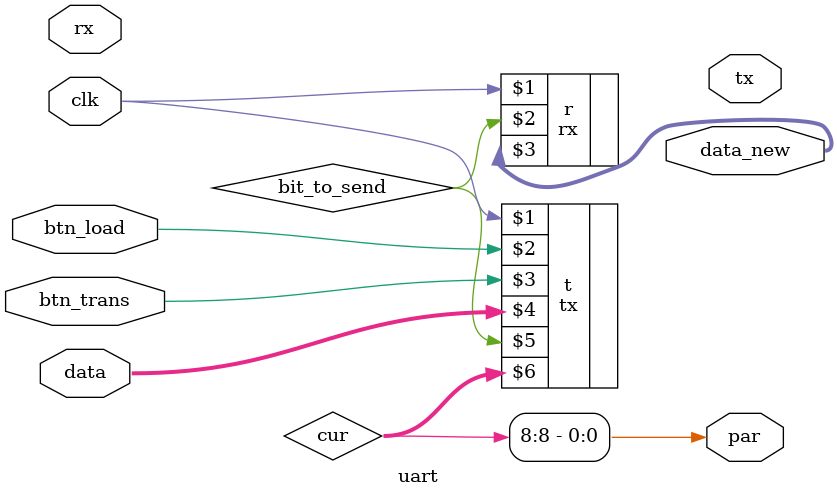
<source format=sv>
`timescale 1ns / 1ps


module uart(
    input logic clk ,
    input logic rx ,
    input logic btn_load ,
    input logic btn_trans ,
    input logic[7:0] data , 
    output logic tx ,
    output logic par ,
    output logic [8:0] data_new
    );
    logic [8:0] cur ;
    logic bit_to_send ;
    tx t(clk , btn_load , btn_trans , data , bit_to_send , cur) ;
    assign par = cur[8] ;
    rx r(clk , bit_to_send , data_new) ;
endmodule

</source>
